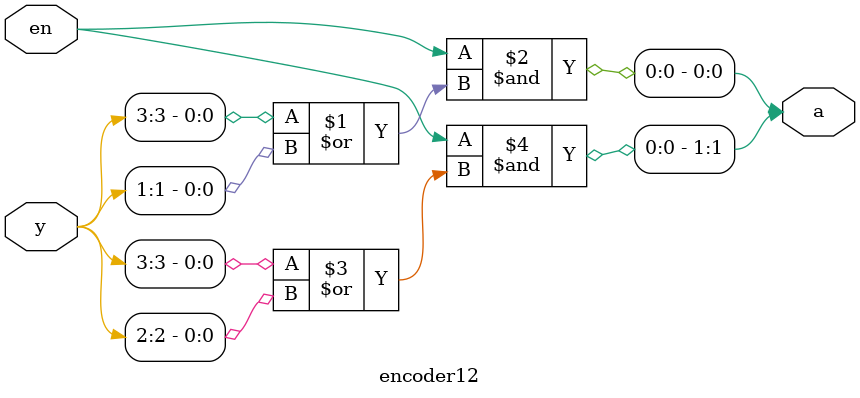
<source format=v>
module encoder12 (y,a,en);
    input [3:0] y;
    input en;
    output [1:0] a;

    assign a[0] = en & (y[3] | y[1]);
    assign a[1] = en & (y[3] | y[2]);

endmodule
</source>
